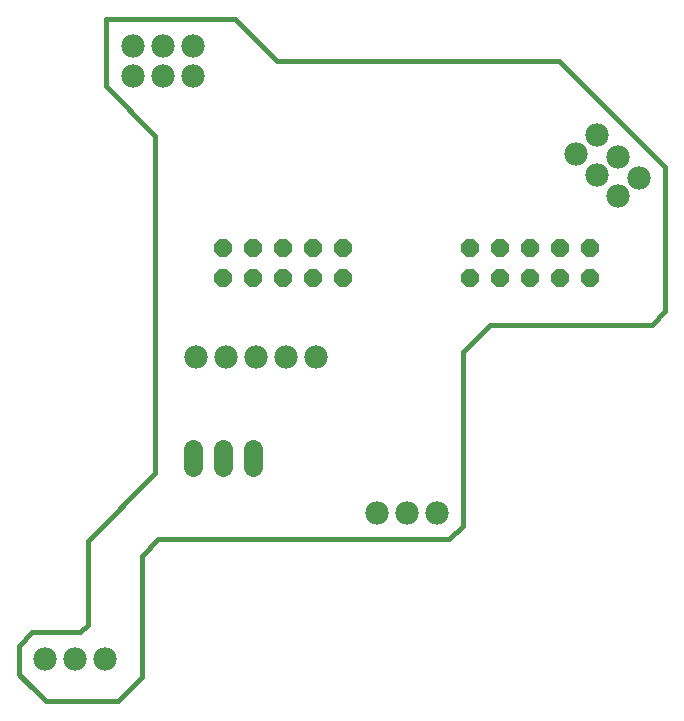
<source format=gbs>
G75*
%MOIN*%
%OFA0B0*%
%FSLAX24Y24*%
%IPPOS*%
%LPD*%
%AMOC8*
5,1,8,0,0,1.08239X$1,22.5*
%
%ADD10C,0.0160*%
%ADD11C,0.0780*%
%ADD12OC8,0.0600*%
%ADD13C,0.0640*%
D10*
X000980Y000280D02*
X000230Y001030D01*
X000180Y001080D02*
X000180Y002030D01*
X000630Y002480D01*
X002230Y002480D01*
X002480Y002730D01*
X002480Y005530D01*
X004730Y007780D01*
X004730Y019030D01*
X003080Y020680D01*
X003080Y022930D01*
X007380Y022930D01*
X008780Y021530D01*
X018180Y021530D01*
X021730Y017980D01*
X021730Y013180D01*
X021280Y012730D01*
X015880Y012730D01*
X014980Y011830D01*
X014980Y006030D01*
X014530Y005580D01*
X004830Y005580D01*
X004280Y005030D01*
X004280Y000980D01*
X003480Y000180D01*
X001080Y000180D01*
X000180Y001080D01*
D11*
X001043Y001593D03*
X002043Y001593D03*
X003043Y001593D03*
X012130Y006455D03*
X013130Y006455D03*
X014130Y006455D03*
X010105Y011655D03*
X009105Y011655D03*
X008105Y011655D03*
X007105Y011655D03*
X006105Y011655D03*
X005980Y021030D03*
X004980Y021030D03*
X003980Y021030D03*
X003980Y022030D03*
X004980Y022030D03*
X005980Y022030D03*
X018755Y018430D03*
X019441Y019044D03*
X020148Y018337D03*
X019462Y017723D03*
X020169Y017016D03*
X020855Y017630D03*
D12*
X019230Y015280D03*
X018230Y015280D03*
X017230Y015280D03*
X016230Y015280D03*
X015230Y015280D03*
X015230Y014280D03*
X016230Y014280D03*
X017230Y014280D03*
X018230Y014280D03*
X019230Y014280D03*
X010980Y014280D03*
X009980Y014280D03*
X008980Y014280D03*
X007980Y014280D03*
X006980Y014280D03*
X006980Y015280D03*
X007980Y015280D03*
X008980Y015280D03*
X009980Y015280D03*
X010980Y015280D03*
D13*
X007980Y008580D02*
X007980Y007980D01*
X006980Y007980D02*
X006980Y008580D01*
X005980Y008580D02*
X005980Y007980D01*
M02*

</source>
